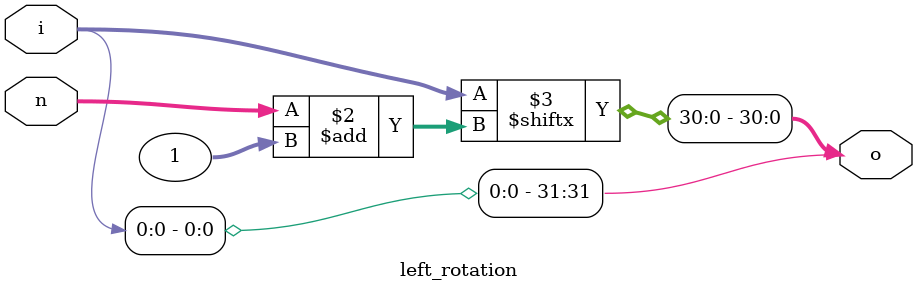
<source format=v>
module left_rotation(
    output reg [31:0] o,
    input [31:0] i,
    input [4:0] n
);

always @(*) begin
    o = {i[(n+31):0], i[31:(n+1)]};
end

endmodule
</source>
